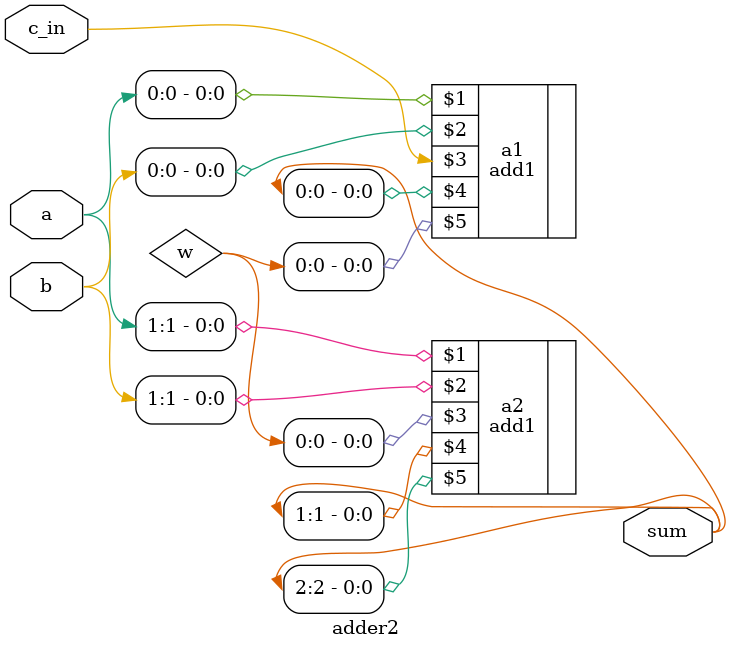
<source format=v>
`timescale 1ns / 1ps

module adder2(
        input [1:0]a,
        input [1:0]b,
        input c_in,
        output [2:0] sum
    );
    wire [2:0]w;
    
    add1 a1(a[0], b[0], c_in, sum[0], w[0]);
    add1 a2(a[1], b[1], w[0], sum[1], sum[2]);
    
endmodule

</source>
